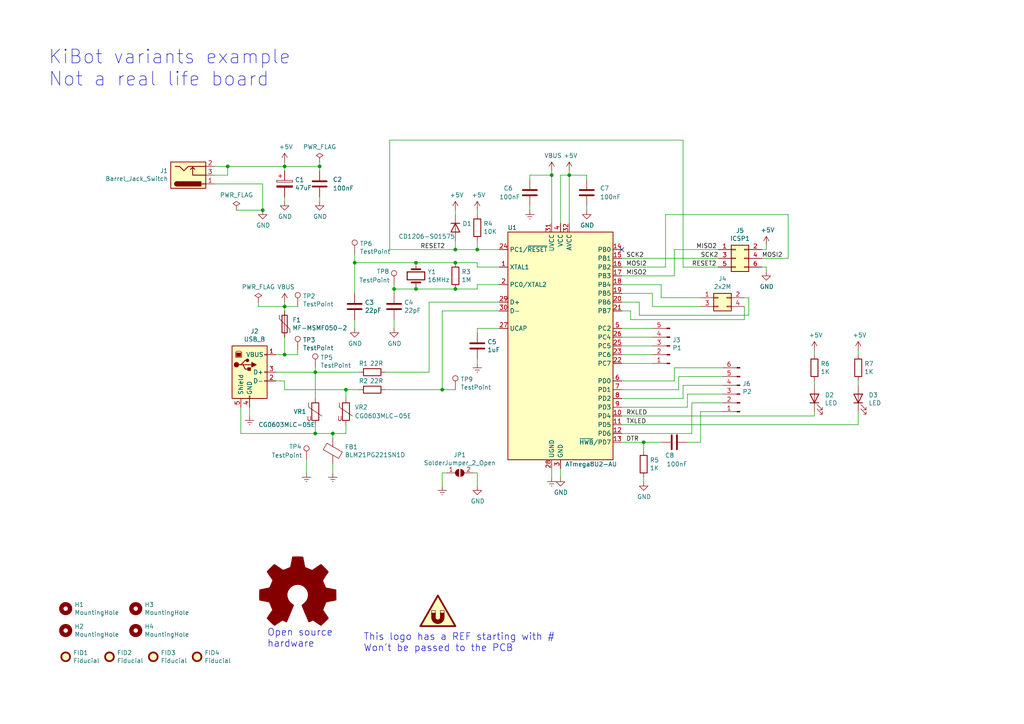
<source format=kicad_sch>
(kicad_sch (version 20211123) (generator eeschema)
  (paper "A4")
  (title_block (title "Arduino UNO programmer") (date "2020-09-09") (rev "r1") (company "Arduino") (comment 1 "Just a copy of the original circuit, but not as ugly"))
  (lib_symbols
    (symbol "Connector:Barrel_Jack_Switch" (pin_names hide)
      (property "Reference" "J" (at 0 5.334 0))
      (property "Value" "Barrel_Jack_Switch" (at 0 -5.08 0))
      (symbol "Barrel_Jack_Switch_1_1"
        (pin passive line (at 7.62 2.54 180) (length 2.54) (name "~") (number "1"))
        (pin passive line (at 7.62 -2.54 180) (length 2.54) (name "~") (number "2"))
        (pin passive line (at 7.62 0 180) (length 2.54) (name "~") (number "3"))
      )
    )
    (symbol "Connector:Conn_01x05_Male" (pin_names (offset 1.016) hide)
      (property "Reference" "J" (at 0 7.62 0))
      (property "Value" "Conn_01x05_Male" (at 0 -7.62 0))
      (symbol "Conn_01x05_Male_1_1"
        (pin passive line (at 5.08 5.08 180) (length 3.81) (name "Pin_1") (number "1"))
        (pin passive line (at 5.08 2.54 180) (length 3.81) (name "Pin_2") (number "2"))
        (pin passive line (at 5.08 0 180) (length 3.81) (name "Pin_3") (number "3"))
        (pin passive line (at 5.08 -2.54 180) (length 3.81) (name "Pin_4") (number "4"))
        (pin passive line (at 5.08 -5.08 180) (length 3.81) (name "Pin_5") (number "5"))
      )
    )
    (symbol "Connector:Conn_01x06_Male" (pin_names (offset 1.016) hide)
      (property "Reference" "J" (at 0 7.62 0))
      (property "Value" "Conn_01x06_Male" (at 0 -10.16 0))
      (symbol "Conn_01x06_Male_1_1"
        (pin passive line (at 5.08 5.08 180) (length 3.81) (name "Pin_1") (number "1"))
        (pin passive line (at 5.08 2.54 180) (length 3.81) (name "Pin_2") (number "2"))
        (pin passive line (at 5.08 0 180) (length 3.81) (name "Pin_3") (number "3"))
        (pin passive line (at 5.08 -2.54 180) (length 3.81) (name "Pin_4") (number "4"))
        (pin passive line (at 5.08 -5.08 180) (length 3.81) (name "Pin_5") (number "5"))
        (pin passive line (at 5.08 -7.62 180) (length 3.81) (name "Pin_6") (number "6"))
      )
    )
    (symbol "Connector:TestPoint" (pin_numbers hide) (pin_names (offset 0.762) hide)
      (property "Reference" "TP" (at 0 6.858 0))
      (property "Value" "TestPoint" (at 0 5.08 0))
      (symbol "TestPoint_1_1"
        (pin passive line (at 0 0 90) (length 2.54) (name "1") (number "1"))
      )
    )
    (symbol "Connector:USB_B" (pin_names (offset 1.016))
      (property "Reference" "J" (at -5.08 11.43 0))
      (property "Value" "USB_B" (at -5.08 8.89 0))
      (symbol "USB_B_1_1"
        (pin power_out line (at 7.62 5.08 180) (length 2.54) (name "VBUS") (number "1"))
        (pin bidirectional line (at 7.62 -2.54 180) (length 2.54) (name "D-") (number "2"))
        (pin bidirectional line (at 7.62 0 180) (length 2.54) (name "D+") (number "3"))
        (pin power_out line (at 0 -10.16 90) (length 2.54) (name "GND") (number "4"))
        (pin passive line (at -2.54 -10.16 90) (length 2.54) (name "Shield") (number "5"))
      )
    )
    (symbol "Connector_Generic:Conn_02x02_Odd_Even" (pin_names (offset 1.016) hide)
      (property "Reference" "J" (at 1.27 2.54 0))
      (property "Value" "Conn_02x02_Odd_Even" (at 1.27 -5.08 0))
      (symbol "Conn_02x02_Odd_Even_1_1"
        (pin passive line (at -5.08 0 0) (length 3.81) (name "Pin_1") (number "1"))
        (pin passive line (at 7.62 0 180) (length 3.81) (name "Pin_2") (number "2"))
        (pin passive line (at -5.08 -2.54 0) (length 3.81) (name "Pin_3") (number "3"))
        (pin passive line (at 7.62 -2.54 180) (length 3.81) (name "Pin_4") (number "4"))
      )
    )
    (symbol "Connector_Generic:Conn_02x03_Odd_Even" (pin_names (offset 1.016) hide)
      (property "Reference" "J" (at 1.27 5.08 0))
      (property "Value" "Conn_02x03_Odd_Even" (at 1.27 -5.08 0))
      (symbol "Conn_02x03_Odd_Even_1_1"
        (pin passive line (at -5.08 2.54 0) (length 3.81) (name "Pin_1") (number "1"))
        (pin passive line (at 7.62 2.54 180) (length 3.81) (name "Pin_2") (number "2"))
        (pin passive line (at -5.08 0 0) (length 3.81) (name "Pin_3") (number "3"))
        (pin passive line (at 7.62 0 180) (length 3.81) (name "Pin_4") (number "4"))
        (pin passive line (at -5.08 -2.54 0) (length 3.81) (name "Pin_5") (number "5"))
        (pin passive line (at 7.62 -2.54 180) (length 3.81) (name "Pin_6") (number "6"))
      )
    )
    (symbol "Device:C" (pin_numbers hide) (pin_names (offset 0.254))
      (property "Reference" "C" (at 0.635 2.54 0))
      (property "Value" "C" (at 0.635 -2.54 0))
      (symbol "C_1_1"
        (pin passive line (at 0 3.81 270) (length 2.794) (name "~") (number "1"))
        (pin passive line (at 0 -3.81 90) (length 2.794) (name "~") (number "2"))
      )
    )
    (symbol "Device:C_Polarized" (pin_numbers hide) (pin_names (offset 0.254))
      (property "Reference" "C" (at 0.635 2.54 0))
      (property "Value" "C_Polarized" (at 0.635 -2.54 0))
      (symbol "C_Polarized_1_1"
        (pin passive line (at 0 3.81 270) (length 2.794) (name "~") (number "1"))
        (pin passive line (at 0 -3.81 90) (length 2.794) (name "~") (number "2"))
      )
    )
    (symbol "Device:Crystal" (pin_numbers hide) (pin_names (offset 1.016) hide)
      (property "Reference" "Y" (at 0 3.81 0))
      (property "Value" "Crystal" (at 0 -3.81 0))
      (symbol "Crystal_1_1"
        (pin passive line (at -3.81 0 0) (length 1.27) (name "1") (number "1"))
        (pin passive line (at 3.81 0 180) (length 1.27) (name "2") (number "2"))
      )
    )
    (symbol "Device:D" (pin_numbers hide) (pin_names (offset 1.016) hide)
      (property "Reference" "D" (at 0 2.54 0))
      (property "Value" "D" (at 0 -2.54 0))
      (symbol "D_1_1"
        (pin passive line (at -3.81 0 0) (length 2.54) (name "K") (number "1"))
        (pin passive line (at 3.81 0 180) (length 2.54) (name "A") (number "2"))
      )
    )
    (symbol "Device:FerriteBead" (pin_numbers hide) (pin_names (offset 0))
      (property "Reference" "FB" (at -3.81 0.635 90))
      (property "Value" "FerriteBead" (at 3.81 0 90))
      (symbol "FerriteBead_1_1"
        (pin passive line (at 0 3.81 270) (length 2.54) (name "~") (number "1"))
        (pin passive line (at 0 -3.81 90) (length 2.54) (name "~") (number "2"))
      )
    )
    (symbol "Device:LED" (pin_numbers hide) (pin_names (offset 1.016) hide)
      (property "Reference" "D" (at 0 2.54 0))
      (property "Value" "LED" (at 0 -2.54 0))
      (symbol "LED_1_1"
        (pin passive line (at -3.81 0 0) (length 2.54) (name "K") (number "1"))
        (pin passive line (at 3.81 0 180) (length 2.54) (name "A") (number "2"))
      )
    )
    (symbol "Device:Polyfuse" (pin_numbers hide) (pin_names (offset 0))
      (property "Reference" "F" (at -2.54 0 90))
      (property "Value" "Polyfuse" (at 2.54 0 90))
      (symbol "Polyfuse_1_1"
        (pin passive line (at 0 3.81 270) (length 1.27) (name "~") (number "1"))
        (pin passive line (at 0 -3.81 90) (length 1.27) (name "~") (number "2"))
      )
    )
    (symbol "Device:R" (pin_numbers hide) (pin_names (offset 0))
      (property "Reference" "R" (at 2.032 0 90))
      (property "Value" "R" (at 0 0 90))
      (symbol "R_1_1"
        (pin passive line (at 0 3.81 270) (length 1.27) (name "~") (number "1"))
        (pin passive line (at 0 -3.81 90) (length 1.27) (name "~") (number "2"))
      )
    )
    (symbol "Device:Varistor" (pin_numbers hide) (pin_names (offset 0))
      (property "Reference" "RV" (at 3.175 0 90))
      (property "Value" "Varistor" (at -3.175 0 90))
      (symbol "Varistor_0_0"
        (text "U" (at -1.778 -2.032 0) (effects (font (size 1.27 1.27))))
      )
      (symbol "Varistor_1_1"
        (pin passive line (at 0 3.81 270) (length 1.27) (name "~") (number "1"))
        (pin passive line (at 0 -3.81 90) (length 1.27) (name "~") (number "2"))
      )
    )
    (symbol "Graphic:Logo_Open_Hardware_Large" (pin_names (offset 1.016)))
    (symbol "Graphic:SYM_Magnet_Large" (pin_names (offset 1.016) hide))
    (symbol "Jumper:SolderJumper_2_Open" (pin_names (offset 0) hide)
      (property "Reference" "JP" (at 0 2.032 0))
      (property "Value" "SolderJumper_2_Open" (at 0 -2.54 0))
      (symbol "SolderJumper_2_Open_1_1"
        (pin passive line (at -3.81 0 0) (length 2.54) (name "A") (number "1"))
        (pin passive line (at 3.81 0 180) (length 2.54) (name "B") (number "2"))
      )
    )
    (symbol "MCU_Microchip_ATmega:ATmega8U2-A"
      (property "Reference" "U" (at -15.24 34.29 0))
      (property "Value" "ATmega8U2-A" (at 2.54 -34.29 0))
      (symbol "ATmega8U2-A_1_1"
        (pin input line (at -17.78 22.86 0) (length 2.54) (name "XTAL1") (number "1"))
        (pin bidirectional line (at 17.78 -20.32 180) (length 2.54) (name "PD4") (number "10"))
        (pin bidirectional line (at 17.78 -22.86 180) (length 2.54) (name "PD5") (number "11"))
        (pin bidirectional line (at 17.78 -25.4 180) (length 2.54) (name "PD6") (number "12"))
        (pin bidirectional line (at 17.78 -27.94 180) (length 2.54) (name "~{HWB}/PD7") (number "13"))
        (pin bidirectional line (at 17.78 27.94 180) (length 2.54) (name "PB0") (number "14"))
        (pin bidirectional line (at 17.78 25.4 180) (length 2.54) (name "PB1") (number "15"))
        (pin bidirectional line (at 17.78 22.86 180) (length 2.54) (name "PB2") (number "16"))
        (pin bidirectional line (at 17.78 20.32 180) (length 2.54) (name "PB3") (number "17"))
        (pin bidirectional line (at 17.78 17.78 180) (length 2.54) (name "PB4") (number "18"))
        (pin bidirectional line (at 17.78 15.24 180) (length 2.54) (name "PB5") (number "19"))
        (pin bidirectional line (at -17.78 17.78 0) (length 2.54) (name "PC0/XTAL2") (number "2"))
        (pin bidirectional line (at 17.78 12.7 180) (length 2.54) (name "PB6") (number "20"))
        (pin bidirectional line (at 17.78 10.16 180) (length 2.54) (name "PB7") (number "21"))
        (pin bidirectional line (at 17.78 -5.08 180) (length 2.54) (name "PC7") (number "22"))
        (pin bidirectional line (at 17.78 -2.54 180) (length 2.54) (name "PC6") (number "23"))
        (pin bidirectional line (at -17.78 27.94 0) (length 2.54) (name "PC1/~{RESET}") (number "24"))
        (pin bidirectional line (at 17.78 0 180) (length 2.54) (name "PC5") (number "25"))
        (pin bidirectional line (at 17.78 2.54 180) (length 2.54) (name "PC4") (number "26"))
        (pin passive line (at -17.78 5.08 0) (length 2.54) (name "UCAP") (number "27"))
        (pin power_in line (at -2.54 -35.56 90) (length 2.54) (name "UGND") (number "28"))
        (pin bidirectional line (at -17.78 12.7 0) (length 2.54) (name "D+") (number "29"))
        (pin power_in line (at 0 -35.56 90) (length 2.54) (name "GND") (number "3"))
        (pin bidirectional line (at -17.78 10.16 0) (length 2.54) (name "D-") (number "30"))
        (pin power_in line (at -2.54 35.56 270) (length 2.54) (name "UVCC") (number "31"))
        (pin power_in line (at 2.54 35.56 270) (length 2.54) (name "AVCC") (number "32"))
        (pin power_in line (at 0 35.56 270) (length 2.54) (name "VCC") (number "4"))
        (pin bidirectional line (at 17.78 5.08 180) (length 2.54) (name "PC2") (number "5"))
        (pin bidirectional line (at 17.78 -10.16 180) (length 2.54) (name "PD0") (number "6"))
        (pin bidirectional line (at 17.78 -12.7 180) (length 2.54) (name "PD1") (number "7"))
        (pin bidirectional line (at 17.78 -15.24 180) (length 2.54) (name "PD2") (number "8"))
        (pin bidirectional line (at 17.78 -17.78 180) (length 2.54) (name "PD3") (number "9"))
      )
    )
    (symbol "Mechanical:Fiducial"
      (property "Reference" "FID" (at 0 5.08 0))
      (property "Value" "Fiducial" (at 0 3.175 0))
    )
    (symbol "Mechanical:MountingHole" (pin_names (offset 1.016))
      (property "Reference" "H" (at 0 5.08 0))
      (property "Value" "MountingHole" (at 0 3.175 0))
    )
    (symbol "power:+5V" (power) (pin_names (offset 0))
      (property "Value" "+5V" (at 0 3.556 0))
      (symbol "+5V_1_1"
        (pin power_in line (at 0 0 90) (length 0) hide (name "+5V") (number "1"))
      )
    )
    (symbol "power:Earth" (power) (pin_names (offset 0))
      (symbol "Earth_1_1"
        (pin power_in line (at 0 0 270) (length 0) hide (name "Earth") (number "1"))
      )
    )
    (symbol "power:GND" (power) (pin_names (offset 0))
      (property "Value" "GND" (at 0 -3.81 0))
      (symbol "GND_1_1"
        (pin power_in line (at 0 0 270) (length 0) hide (name "GND") (number "1"))
      )
    )
    (symbol "power:PWR_FLAG" (power) (pin_numbers hide) (pin_names (offset 0) hide)
      (property "Value" "PWR_FLAG" (at 0 3.81 0))
      (symbol "PWR_FLAG_0_0"
        (pin power_out line (at 0 0 90) (length 0) (name "pwr") (number "1"))
      )
    )
    (symbol "power:VBUS" (power) (pin_names (offset 0))
      (property "Value" "VBUS" (at 0 3.81 0))
      (symbol "VBUS_1_1"
        (pin power_in line (at 0 0 90) (length 0) hide (name "VBUS") (number "1"))
      )
    )
  )
  (junction (at 82.55 88.9))
  (junction (at 160.02 50.8))
  (junction (at 132.08 76.2))
  (junction (at 91.44 125.73))
  (junction (at 100.33 113.03))
  (junction (at 138.43 72.39))
  (junction (at 128.27 113.03))
  (junction (at 96.52 125.73))
  (junction (at 186.69 128.27))
  (junction (at 120.65 76.2))
  (junction (at 114.3 83.82))
  (junction (at 82.55 48.26))
  (junction (at 92.71 48.26))
  (junction (at 102.87 76.2))
  (junction (at 132.08 72.39))
  (junction (at 82.55 102.87))
  (junction (at 91.44 107.95))
  (junction (at 165.1 50.8))
  (junction (at 132.08 83.82))
  (junction (at 66.04 48.26))
  (junction (at 76.2 60.96))
  (junction (at 120.65 83.82))
  (no_connect (at 180.34 72.39))
  (wire (pts (xy 186.69 130.81) (xy 186.69 128.27)))
  (wire (pts (xy 96.52 125.73) (xy 96.52 127)))
  (wire (pts (xy 91.44 125.73) (xy 96.52 125.73)))
  (wire (pts (xy 82.55 102.87) (xy 82.55 97.79)))
  (wire (pts (xy 92.71 46.99) (xy 92.71 48.26)))
  (wire (pts (xy 66.04 50.8) (xy 66.04 48.26)))
  (wire (pts (xy 162.56 50.8) (xy 165.1 50.8)))
  (wire (pts (xy 248.92 123.19) (xy 248.92 119.38)))
  (wire (pts (xy 153.67 50.8) (xy 160.02 50.8)))
  (wire (pts (xy 144.78 95.25) (xy 138.43 95.25)))
  (wire (pts (xy 132.08 76.2) (xy 120.65 76.2)))
  (wire (pts (xy 111.76 113.03) (xy 128.27 113.03)))
  (wire (pts (xy 182.88 92.71) (xy 215.9 92.71)))
  (wire (pts (xy 128.27 137.16) (xy 128.27 140.97)))
  (wire (pts (xy 180.34 85.09) (xy 189.23 85.09)))
  (wire (pts (xy 209.55 106.68) (xy 195.58 106.68)))
  (wire (pts (xy 114.3 92.71) (xy 114.3 95.25)))
  (wire (pts (xy 180.34 80.01) (xy 195.58 80.01)))
  (wire (pts (xy 162.56 64.77) (xy 162.56 50.8)))
  (wire (pts (xy 82.55 113.03) (xy 82.55 110.49)))
  (wire (pts (xy 203.2 128.27) (xy 203.2 119.38)))
  (wire (pts (xy 180.34 87.63) (xy 185.42 87.63)))
  (wire (pts (xy 100.33 113.03) (xy 82.55 113.03)))
  (wire (pts (xy 76.2 60.96) (xy 68.58 60.96)))
  (wire (pts (xy 138.43 77.47) (xy 138.43 76.2)))
  (wire (pts (xy 138.43 95.25) (xy 138.43 96.52)))
  (wire (pts (xy 132.08 69.85) (xy 132.08 72.39)))
  (wire (pts (xy 62.23 50.8) (xy 66.04 50.8)))
  (wire (pts (xy 120.65 83.82) (xy 114.3 83.82)))
  (wire (pts (xy 198.12 111.76) (xy 198.12 115.57)))
  (wire (pts (xy 217.17 91.44) (xy 217.17 86.36)))
  (wire (pts (xy 220.98 72.39) (xy 222.25 72.39)))
  (wire (pts (xy 69.85 118.11) (xy 69.85 125.73)))
  (wire (pts (xy 153.67 52.07) (xy 153.67 50.8)))
  (wire (pts (xy 114.3 82.55) (xy 114.3 83.82)))
  (wire (pts (xy 199.39 128.27) (xy 203.2 128.27)))
  (wire (pts (xy 195.58 80.01) (xy 195.58 72.39)))
  (wire (pts (xy 198.12 40.64) (xy 113.03 40.64)))
  (wire (pts (xy 113.03 72.39) (xy 132.08 72.39)))
  (wire (pts (xy 153.67 59.69) (xy 153.67 60.96)))
  (wire (pts (xy 236.22 120.65) (xy 236.22 119.38)))
  (wire (pts (xy 180.34 95.25) (xy 189.23 95.25)))
  (wire (pts (xy 198.12 77.47) (xy 198.12 40.64)))
  (wire (pts (xy 80.01 102.87) (xy 82.55 102.87)))
  (wire (pts (xy 129.54 137.16) (xy 128.27 137.16)))
  (wire (pts (xy 92.71 57.15) (xy 92.71 58.42)))
  (wire (pts (xy 144.78 77.47) (xy 138.43 77.47)))
  (wire (pts (xy 182.88 90.17) (xy 182.88 92.71)))
  (wire (pts (xy 91.44 106.68) (xy 91.44 107.95)))
  (wire (pts (xy 199.39 114.3) (xy 209.55 114.3)))
  (wire (pts (xy 96.52 125.73) (xy 100.33 125.73)))
  (wire (pts (xy 138.43 83.82) (xy 138.43 82.55)))
  (wire (pts (xy 236.22 110.49) (xy 236.22 111.76)))
  (wire (pts (xy 96.52 134.62) (xy 96.52 137.16)))
  (wire (pts (xy 62.23 48.26) (xy 66.04 48.26)))
  (wire (pts (xy 180.34 125.73) (xy 200.66 125.73)))
  (wire (pts (xy 120.65 76.2) (xy 102.87 76.2)))
  (wire (pts (xy 72.39 118.11) (xy 72.39 120.65)))
  (wire (pts (xy 165.1 64.77) (xy 165.1 50.8)))
  (wire (pts (xy 180.34 118.11) (xy 199.39 118.11)))
  (wire (pts (xy 220.98 77.47) (xy 222.25 77.47)))
  (wire (pts (xy 138.43 76.2) (xy 132.08 76.2)))
  (wire (pts (xy 195.58 72.39) (xy 208.28 72.39)))
  (wire (pts (xy 132.08 83.82) (xy 120.65 83.82)))
  (wire (pts (xy 100.33 115.57) (xy 100.33 113.03)))
  (wire (pts (xy 180.34 120.65) (xy 236.22 120.65)))
  (wire (pts (xy 180.34 128.27) (xy 186.69 128.27)))
  (wire (pts (xy 170.18 52.07) (xy 170.18 50.8)))
  (wire (pts (xy 138.43 60.96) (xy 138.43 62.23)))
  (wire (pts (xy 180.34 82.55) (xy 191.77 82.55)))
  (wire (pts (xy 195.58 106.68) (xy 195.58 110.49)))
  (wire (pts (xy 189.23 85.09) (xy 189.23 88.9)))
  (wire (pts (xy 189.23 88.9) (xy 203.2 88.9)))
  (wire (pts (xy 102.87 76.2) (xy 102.87 85.09)))
  (wire (pts (xy 128.27 113.03) (xy 128.27 90.17)))
  (wire (pts (xy 92.71 48.26) (xy 92.71 49.53)))
  (wire (pts (xy 189.23 97.79) (xy 180.34 97.79)))
  (wire (pts (xy 185.42 87.63) (xy 185.42 91.44)))
  (wire (pts (xy 86.36 101.6) (xy 86.36 102.87)))
  (wire (pts (xy 170.18 59.69) (xy 170.18 60.96)))
  (wire (pts (xy 138.43 105.41) (xy 138.43 104.14)))
  (wire (pts (xy 186.69 138.43) (xy 186.69 139.7)))
  (wire (pts (xy 82.55 57.15) (xy 82.55 58.42)))
  (wire (pts (xy 82.55 110.49) (xy 80.01 110.49)))
  (wire (pts (xy 180.34 100.33) (xy 189.23 100.33)))
  (wire (pts (xy 138.43 137.16) (xy 138.43 140.97)))
  (wire (pts (xy 132.08 60.96) (xy 132.08 62.23)))
  (wire (pts (xy 228.6 74.93) (xy 228.6 62.23)))
  (wire (pts (xy 82.55 46.99) (xy 82.55 48.26)))
  (wire (pts (xy 137.16 137.16) (xy 138.43 137.16)))
  (wire (pts (xy 222.25 72.39) (xy 222.25 71.12)))
  (wire (pts (xy 208.28 77.47) (xy 198.12 77.47)))
  (wire (pts (xy 104.14 113.03) (xy 100.33 113.03)))
  (wire (pts (xy 86.36 88.9) (xy 82.55 88.9)))
  (wire (pts (xy 198.12 115.57) (xy 180.34 115.57)))
  (wire (pts (xy 189.23 102.87) (xy 180.34 102.87)))
  (wire (pts (xy 100.33 125.73) (xy 100.33 123.19)))
  (wire (pts (xy 203.2 119.38) (xy 209.55 119.38)))
  (wire (pts (xy 180.34 113.03) (xy 196.85 113.03)))
  (wire (pts (xy 222.25 77.47) (xy 222.25 78.74)))
  (wire (pts (xy 185.42 91.44) (xy 217.17 91.44)))
  (wire (pts (xy 114.3 83.82) (xy 114.3 85.09)))
  (wire (pts (xy 66.04 48.26) (xy 82.55 48.26)))
  (wire (pts (xy 191.77 82.55) (xy 191.77 86.36)))
  (wire (pts (xy 180.34 90.17) (xy 182.88 90.17)))
  (wire (pts (xy 236.22 101.6) (xy 236.22 102.87)))
  (wire (pts (xy 124.46 87.63) (xy 124.46 107.95)))
  (wire (pts (xy 199.39 118.11) (xy 199.39 114.3)))
  (wire (pts (xy 180.34 74.93) (xy 208.28 74.93)))
  (wire (pts (xy 217.17 86.36) (xy 215.9 86.36)))
  (wire (pts (xy 82.55 48.26) (xy 92.71 48.26)))
  (wire (pts (xy 102.87 92.71) (xy 102.87 95.25)))
  (wire (pts (xy 195.58 110.49) (xy 180.34 110.49)))
  (wire (pts (xy 193.04 62.23) (xy 228.6 62.23)))
  (wire (pts (xy 113.03 40.64) (xy 113.03 72.39)))
  (wire (pts (xy 196.85 113.03) (xy 196.85 109.22)))
  (wire (pts (xy 74.93 88.9) (xy 74.93 87.63)))
  (wire (pts (xy 82.55 48.26) (xy 82.55 49.53)))
  (wire (pts (xy 165.1 50.8) (xy 165.1 49.53)))
  (wire (pts (xy 160.02 64.77) (xy 160.02 50.8)))
  (wire (pts (xy 160.02 135.89) (xy 160.02 138.43)))
  (wire (pts (xy 138.43 82.55) (xy 144.78 82.55)))
  (wire (pts (xy 248.92 110.49) (xy 248.92 111.76)))
  (wire (pts (xy 144.78 87.63) (xy 124.46 87.63)))
  (wire (pts (xy 69.85 125.73) (xy 91.44 125.73)))
  (wire (pts (xy 132.08 72.39) (xy 138.43 72.39)))
  (wire (pts (xy 200.66 125.73) (xy 200.66 116.84)))
  (wire (pts (xy 193.04 77.47) (xy 193.04 62.23)))
  (wire (pts (xy 180.34 123.19) (xy 248.92 123.19)))
  (wire (pts (xy 91.44 107.95) (xy 104.14 107.95)))
  (wire (pts (xy 102.87 73.66) (xy 102.87 76.2)))
  (wire (pts (xy 91.44 123.19) (xy 91.44 125.73)))
  (wire (pts (xy 132.08 83.82) (xy 138.43 83.82)))
  (wire (pts (xy 76.2 53.34) (xy 76.2 60.96)))
  (wire (pts (xy 209.55 111.76) (xy 198.12 111.76)))
  (wire (pts (xy 82.55 88.9) (xy 82.55 87.63)))
  (wire (pts (xy 165.1 50.8) (xy 170.18 50.8)))
  (wire (pts (xy 91.44 115.57) (xy 91.44 107.95)))
  (wire (pts (xy 196.85 109.22) (xy 209.55 109.22)))
  (wire (pts (xy 62.23 53.34) (xy 76.2 53.34)))
  (wire (pts (xy 132.08 113.03) (xy 128.27 113.03)))
  (wire (pts (xy 80.01 107.95) (xy 91.44 107.95)))
  (wire (pts (xy 200.66 116.84) (xy 209.55 116.84)))
  (wire (pts (xy 162.56 135.89) (xy 162.56 138.43)))
  (wire (pts (xy 191.77 86.36) (xy 203.2 86.36)))
  (wire (pts (xy 180.34 105.41) (xy 189.23 105.41)))
  (wire (pts (xy 160.02 50.8) (xy 160.02 49.53)))
  (wire (pts (xy 124.46 107.95) (xy 111.76 107.95)))
  (wire (pts (xy 82.55 88.9) (xy 74.93 88.9)))
  (wire (pts (xy 138.43 72.39) (xy 144.78 72.39)))
  (wire (pts (xy 128.27 90.17) (xy 144.78 90.17)))
  (wire (pts (xy 248.92 101.6) (xy 248.92 102.87)))
  (wire (pts (xy 82.55 90.17) (xy 82.55 88.9)))
  (wire (pts (xy 186.69 128.27) (xy 191.77 128.27)))
  (wire (pts (xy 215.9 92.71) (xy 215.9 88.9)))
  (wire (pts (xy 88.9 133.35) (xy 88.9 137.16)))
  (wire (pts (xy 138.43 69.85) (xy 138.43 72.39)))
  (wire (pts (xy 180.34 77.47) (xy 193.04 77.47)))
  (wire (pts (xy 220.98 74.93) (xy 228.6 74.93)))
  (wire (pts (xy 86.36 102.87) (xy 82.55 102.87)))
  (text "Open source\nhardware" (at 77.47 187.96 0) (effects (font (size 2.0066 2.0066)) (justify left bottom)))
  (text "This logo has a REF starting with #\nWon't be passed to the PCB" (at 105.41 189.23 0) (effects (font (size 2.0066 2.0066)) (justify left bottom)))
  (text "KiBot variants example\nNot a real life board" (at 13.97 25.4 0) (effects (font (size 3.9878 3.9878)) (justify left bottom)))
  (label "RESET2" (at 121.92 72.39 0))
  (label "MISO2" (at 181.61 80.01 0))
  (label "DTR" (at 181.61 128.27 0))
  (label "SCK2" (at 181.61 74.93 0))
  (label "RXLED" (at 181.61 120.65 0))
  (label "RESET2" (at 200.66 77.47 0))
  (label "MISO2" (at 201.93 72.39 0))
  (label "SCK2" (at 203.2 74.93 0))
  (label "TXLED" (at 181.61 123.19 0))
  (label "MOSI2" (at 220.98 74.93 0))
  (label "MOSI2" (at 181.61 77.47 0))
  (symbol (lib_id "MCU_Microchip_ATmega:ATmega8U2-A") (at 162.56 100.33 0) (unit 1)
    (property "Reference" "U1" (at 148.59 66.04 0))
    (property "Value" "ATmega8U2-AU" (at 171.45 134.62 0))
    (property "Footprint" "Package_QFP:TQFP-32_7x7mm_P0.8mm" (effects hide))
    (property "Datasheet" "http://ww1.microchip.com/downloads/en/DeviceDoc/doc7799.pdf" (effects hide))
    (property "manf" "Microchip" (effects hide))
    (property "manf#" "ATMEGA8U2-AU" (effects hide))
    (property "digikey#" "ATMEGA8U2-AU-ND" (effects hide))
  )
  (symbol (lib_id "Device:R") (at 132.08 80.01 0) (unit 1)
    (property "Reference" "R3" (at 133.858 78.8416 0) (effects (justify left)))
    (property "Value" "1M" (at 133.858 81.153 0) (effects (justify left)))
    (property "Footprint" "Resistor_SMD:R_0805_2012Metric" (effects hide))
    (property "Config" "+USB,+XTAL" (effects hide))
    (property "manf" "Bourns" (effects hide))
    (property "manf#" "CR0805-FX-1004ELF" (effects hide))
    (property "digikey#" "CR0805-FX-1004ELFCT-ND" (effects hide))
  )
  (symbol (lib_id "Device:C") (at 114.3 88.9 0) (unit 1)
    (property "Reference" "C4" (at 117.221 87.7316 0) (effects (justify left)))
    (property "Value" "22pF" (at 117.221 90.043 0) (effects (justify left)))
    (property "Footprint" "Capacitor_SMD:C_0805_2012Metric" (effects hide))
    (property "Config" "+USB,+XTAL" (effects hide))
    (property "manf" "KEMET" (effects hide))
    (property "manf#" "C0805C220J5GAC7800" (effects hide))
    (property "digikey#" "399-C0805C220J5GAC7800CT-ND" (effects hide))
  )
  (symbol (lib_id "Device:C") (at 102.87 88.9 0) (unit 1)
    (property "Reference" "C3" (at 105.791 87.7316 0) (effects (justify left)))
    (property "Value" "22pF" (at 105.791 90.043 0) (effects (justify left)))
    (property "Footprint" "Capacitor_SMD:C_0805_2012Metric" (effects hide))
    (property "Config" "+USB,+XTAL" (effects hide))
    (property "manf" "KEMET" (effects hide))
    (property "manf#" "C0805C220J5GAC7800" (effects hide))
    (property "digikey#" "399-C0805C220J5GAC7800CT-ND" (effects hide))
  )
  (symbol (lib_id "power:GND") (at 102.87 95.25 0) (unit 1)
    (property "Reference" "#PWR09" (effects hide))
    (property "Value" "GND" (at 102.997 99.6442 0))
  )
  (symbol (lib_id "power:GND") (at 114.3 95.25 0) (unit 1)
    (property "Reference" "#PWR010" (effects hide))
    (property "Value" "GND" (at 114.427 99.6442 0))
  )
  (symbol (lib_id "Connector:TestPoint") (at 102.87 73.66 0) (unit 1)
    (property "Reference" "TP6" (at 104.3432 70.6628 0) (effects (justify left)))
    (property "Value" "TestPoint" (at 104.3432 72.9742 0) (effects (justify left)))
    (property "Footprint" "TestPoint:TestPoint_Pad_D1.0mm" (effects hide))
  )
  (symbol (lib_id "Connector:TestPoint") (at 114.3 82.55 0) (unit 1)
    (property "Reference" "TP8" (at 109.22 78.74 0) (effects (justify left)))
    (property "Value" "TestPoint" (at 104.14 81.28 0) (effects (justify left)))
    (property "Footprint" "TestPoint:TestPoint_Pad_D1.0mm" (effects hide))
  )
  (symbol (lib_id "Device:Varistor") (at 100.33 119.38 0) (unit 1)
    (property "Reference" "VR2" (at 102.87 118.11 0) (effects (justify left)))
    (property "Value" "CG0603MLC-05E" (at 102.87 120.65 0) (effects (justify left)))
    (property "Footprint" "Resistor_SMD:R_0603_1608Metric" (effects hide))
    (property "Datasheet" "https://www.bourns.com/docs/Product-Datasheets/MLC.pdf" (effects hide))
    (property "manf" "Bourns" (effects hide))
    (property "manf#" "CG0603MLC-05E" (effects hide))
    (property "Config" "+USB" (effects hide))
    (property "digikey#" "CG0603MLC-05ECT-ND" (effects hide))
  )
  (symbol (lib_id "Device:Crystal") (at 120.65 80.01 270) (unit 1)
    (property "Reference" "Y1" (at 123.9774 78.8416 90) (effects (justify left)))
    (property "Value" "16MHz" (at 123.9774 81.153 90) (effects (justify left)))
    (property "Footprint" "Crystal:Crystal_SMD_Abracon_ABM3-2Pin_5.0x3.2mm" (effects hide))
    (property "Datasheet" "https://www.foxonline.com/pdfs/C4ST.pdf" (effects hide))
    (property "manf" "Abracon" (effects hide))
    (property "manf#" "ABM3-16.000MHZ-B2-T" (effects hide))
    (property "Config" "+USB,+XTAL" (effects hide))
    (property "digikey#" "535-9103-1-ND" (effects hide))
  )
  (symbol (lib_id "Device:R") (at 107.95 107.95 270) (unit 1)
    (property "Reference" "R1" (at 105.41 105.41 90))
    (property "Value" "22R" (at 109.22 105.41 90))
    (property "Footprint" "Resistor_SMD:R_0805_2012Metric" (effects hide))
    (property "Config" "+USB" (effects hide))
    (property "manf" "Bourns" (effects hide))
    (property "manf#" "CR0805-FX-22R0ELF" (effects hide))
    (property "digikey#" "CR0805-FX-22R0ELFCT-ND" (effects hide))
  )
  (symbol (lib_id "Device:R") (at 107.95 113.03 270) (unit 1)
    (property "Reference" "R2" (at 105.41 110.49 90))
    (property "Value" "22R" (at 109.22 110.49 90))
    (property "Footprint" "Resistor_SMD:R_0805_2012Metric" (effects hide))
    (property "Config" "+USB" (effects hide))
    (property "manf" "Bourns" (effects hide))
    (property "manf#" "CR0805-FX-22R0ELF" (effects hide))
    (property "digikey#" "CR0805-FX-22R0ELFCT-ND" (effects hide))
  )
  (symbol (lib_id "Connector:USB_B") (at 72.39 107.95 0) (unit 1)
    (property "Reference" "J2" (at 73.8378 96.0882 0))
    (property "Value" "USB_B" (at 73.8378 98.3996 0))
    (property "Footprint" "Connector_USB:USB_B_Lumberg_2411_02_Horizontal" (effects hide))
    (property "Datasheet" "https://www.te.com/commerce/DocumentDelivery/DDEController?Action=srchrtrv&DocNm=292304&DocType=Customer+Drawing&DocLang=English" (effects hide))
    (property "manf" "TE Connectivity AMP Connectors" (effects hide))
    (property "manf#" "292304-1" (effects hide))
    (property "Config" "+USB" (effects hide))
    (property "digikey#" "A31725-ND" (effects hide))
  )
  (symbol (lib_id "Device:Varistor") (at 91.44 119.38 0) (unit 1)
    (property "Reference" "VR1" (at 85.09 119.38 0) (effects (justify left)))
    (property "Value" "CG0603MLC-05E" (at 74.93 123.19 0) (effects (justify left)))
    (property "Footprint" "Resistor_SMD:R_0603_1608Metric" (effects hide))
    (property "Datasheet" "https://www.bourns.com/docs/Product-Datasheets/MLC.pdf" (effects hide))
    (property "manf" "Bourns" (effects hide))
    (property "manf#" "CG0603MLC-05E" (effects hide))
    (property "Config" "+USB" (effects hide))
    (property "digikey#" "CG0603MLC-05ECT-ND" (effects hide))
  )
  (symbol (lib_id "Device:FerriteBead") (at 96.52 130.81 0) (unit 1)
    (property "Reference" "FB1" (at 99.9998 129.6416 0) (effects (justify left)))
    (property "Value" "BLM21PG221SN1D" (at 99.9998 131.953 0) (effects (justify left)))
    (property "Footprint" "Resistor_SMD:R_0805_2012Metric" (effects hide))
    (property "Datasheet" "https://www.murata.com/en-eu/api/pdfdownloadapi?cate=cgsubChipFerriBead&partno=BLM21PG221SN1%23" (effects hide))
    (property "manf" "Murata" (effects hide))
    (property "manf#" "BLM21PG221SN1D" (effects hide))
    (property "Config" "+USB" (effects hide))
    (property "digikey#" "490-1054-1-ND" (effects hide))
  )
  (symbol (lib_id "Device:Polyfuse") (at 82.55 93.98 0) (unit 1)
    (property "Reference" "F1" (at 84.7852 92.8116 0) (effects (justify left)))
    (property "Value" "MF-MSMF050-2" (at 84.7852 95.123 0) (effects (justify left)))
    (property "Footprint" "Resistor_SMD:R_1812_4532Metric" (effects hide))
    (property "Datasheet" "https://www.bourns.com/docs/Product-Datasheets/mfmsmf.pdf" (effects hide))
    (property "Config" "+USB" (effects hide))
    (property "manf" "Bourns" (effects hide))
    (property "manf#" "MF-MSMF050-2" (effects hide))
    (property "digikey#" "MF-MSMF050-2CT-ND" (effects hide))
  )
  (symbol (lib_id "power:Earth") (at 96.52 137.16 0) (unit 1)
    (property "Reference" "#PWR08" (effects hide))
    (property "Value" "Earth" (effects hide))
  )
  (symbol (lib_id "power:Earth") (at 72.39 120.65 0) (unit 1)
    (property "Reference" "#PWR01" (effects hide))
    (property "Value" "Earth" (effects hide))
  )
  (symbol (lib_id "Connector:TestPoint") (at 91.44 106.68 0) (unit 1)
    (property "Reference" "TP5" (at 92.9132 103.6828 0) (effects (justify left)))
    (property "Value" "TestPoint" (at 92.9132 105.9942 0) (effects (justify left)))
    (property "Footprint" "TestPoint:TestPoint_Pad_D1.0mm" (effects hide))
  )
  (symbol (lib_id "Connector:TestPoint") (at 132.08 113.03 0) (unit 1)
    (property "Reference" "TP9" (at 133.5532 110.0328 0) (effects (justify left)))
    (property "Value" "TestPoint" (at 133.5532 112.3442 0) (effects (justify left)))
    (property "Footprint" "TestPoint:TestPoint_Pad_D1.0mm" (effects hide))
  )
  (symbol (lib_id "power:VBUS") (at 82.55 87.63 0) (unit 1)
    (property "Reference" "#PWR05" (effects hide))
    (property "Value" "VBUS" (at 82.931 83.2358 0))
  )
  (symbol (lib_id "Connector:TestPoint") (at 86.36 88.9 0) (unit 1)
    (property "Reference" "TP2" (at 87.8332 85.9028 0) (effects (justify left)))
    (property "Value" "TestPoint" (at 87.8332 88.2142 0) (effects (justify left)))
    (property "Footprint" "TestPoint:TestPoint_Pad_D1.0mm" (effects hide))
  )
  (symbol (lib_id "power:PWR_FLAG") (at 74.93 87.63 0) (unit 1)
    (property "Reference" "#FLG01" (effects hide))
    (property "Value" "PWR_FLAG" (at 74.93 83.2358 0))
  )
  (symbol (lib_id "power:Earth") (at 88.9 137.16 0) (unit 1)
    (property "Reference" "#PWR06" (effects hide))
    (property "Value" "Earth" (effects hide))
  )
  (symbol (lib_id "Graphic:SYM_Magnet_Large") (at 127 176.53 0) (unit 1)
    (property "Reference" "#SYM1" (effects hide))
    (property "Value" "SYM_Magnet_Large" (effects hide))
  )
  (symbol (lib_id "Connector:TestPoint") (at 88.9 133.35 0) (unit 1)
    (property "Reference" "TP4" (at 83.82 129.54 0) (effects (justify left)))
    (property "Value" "TestPoint" (at 78.74 132.08 0) (effects (justify left)))
    (property "Footprint" "TestPoint:TestPoint_Pad_D1.0mm" (effects hide))
  )
  (symbol (lib_id "Device:LED") (at 248.92 115.57 90) (unit 1)
    (property "Reference" "D3" (at 251.9172 114.5794 90) (effects (justify right)))
    (property "Value" "LED" (at 251.9172 116.8908 90) (effects (justify right)))
    (property "Footprint" "LED_SMD:LED_0805_2012Metric" (effects hide))
    (property "Datasheet" "https://dammedia.osram.info/media/resource/hires/osram-dam-2493936/LG%20R971.pdf" (effects hide))
    (property "manf" "OSRAM" (effects hide))
    (property "manf#" "LG R971-KN-1" (effects hide))
    (property "digikey#" "475-1410-1-ND" (effects hide))
  )
  (symbol (lib_id "power:Earth") (at 138.43 105.41 0) (unit 1)
    (property "Reference" "#PWR014" (effects hide))
    (property "Value" "Earth" (effects hide))
  )
  (symbol (lib_id "Device:C") (at 138.43 100.33 0) (unit 1)
    (property "Reference" "C5" (at 141.351 99.1616 0) (effects (justify left)))
    (property "Value" "1uF" (at 141.351 101.473 0) (effects (justify left)))
    (property "Footprint" "Capacitor_SMD:C_0805_2012Metric" (effects hide))
    (property "manf" "KEMET" (effects hide))
    (property "manf#" "C0805C105K3RAC7800" (effects hide))
    (property "digikey#" "399-C0805C105K3RAC7800CT-ND" (effects hide))
  )
  (symbol (lib_id "Connector:Barrel_Jack_Switch") (at 54.61 50.8 0) (mirror x) (unit 1)
    (property "Reference" "J1" (at 48.768 49.53 0) (effects (justify right)))
    (property "Value" "Barrel_Jack_Switch" (at 48.768 51.8414 0) (effects (justify right)))
    (property "Footprint" "Connector_BarrelJack:BarrelJack_CLIFF_FC681465S_SMT_Horizontal" (effects hide))
    (property "Datasheet" "https://www.we-online.de/katalog/datasheet/6941xx106102.pdf" (effects hide))
    (property "manf" "Würth Elektronik" (effects hide))
    (property "manf#" "694106106102" (effects hide))
    (property "digikey#" "732-5929-1-ND" (effects hide))
  )
  (symbol (lib_id "power:VBUS") (at 160.02 49.53 0) (unit 1)
    (property "Reference" "#PWR017" (effects hide))
    (property "Value" "VBUS" (at 160.401 45.1358 0))
  )
  (symbol (lib_id "Device:C") (at 153.67 55.88 0) (unit 1)
    (property "Reference" "C6" (at 146.05 54.61 0) (effects (justify left)))
    (property "Value" "100nF" (at 144.78 57.15 0) (effects (justify left)))
    (property "Footprint" "Capacitor_SMD:C_0805_2012Metric" (effects hide))
    (property "manf" "KEMET" (effects hide))
    (property "manf#" "C0805C104K5RAC7800" (effects hide))
    (property "digikey#" "399-C0805C104K5RAC7800CT-ND" (effects hide))
  )
  (symbol (lib_id "power:Earth") (at 153.67 60.96 0) (unit 1)
    (property "Reference" "#PWR016" (effects hide))
    (property "Value" "Earth" (effects hide))
  )
  (symbol (lib_id "Connector:TestPoint") (at 86.36 101.6 0) (unit 1)
    (property "Reference" "TP3" (at 87.8332 98.6028 0) (effects (justify left)))
    (property "Value" "TestPoint" (at 87.8332 100.9142 0) (effects (justify left)))
    (property "Footprint" "TestPoint:TestPoint_Pad_D1.0mm" (effects hide))
  )
  (symbol (lib_id "power:Earth") (at 160.02 138.43 0) (unit 1)
    (property "Reference" "#PWR018" (effects hide))
    (property "Value" "Earth" (effects hide))
  )
  (symbol (lib_id "power:GND") (at 162.56 138.43 0) (unit 1)
    (property "Reference" "#PWR019" (effects hide))
    (property "Value" "GND" (at 162.687 142.8242 0))
  )
  (symbol (lib_id "Jumper:SolderJumper_2_Open") (at 133.35 137.16 0) (unit 1)
    (property "Reference" "JP1" (at 133.35 131.953 0))
    (property "Value" "SolderJumper_2_Open" (at 133.35 134.2644 0))
    (property "Footprint" "Jumper:SolderJumper-2_P1.3mm_Open_RoundedPad1.0x1.5mm" (effects hide))
  )
  (symbol (lib_id "power:Earth") (at 128.27 140.97 0) (unit 1)
    (property "Reference" "#PWR011" (effects hide))
    (property "Value" "Earth" (effects hide))
  )
  (symbol (lib_id "power:GND") (at 138.43 140.97 0) (unit 1)
    (property "Reference" "#PWR015" (effects hide))
    (property "Value" "GND" (at 138.557 145.3642 0))
  )
  (symbol (lib_id "Device:R") (at 138.43 66.04 0) (unit 1)
    (property "Reference" "R4" (at 140.208 64.8716 0) (effects (justify left)))
    (property "Value" "10K" (at 140.208 67.183 0) (effects (justify left)))
    (property "Footprint" "Resistor_SMD:R_0805_2012Metric" (effects hide))
    (property "manf" "Bourns" (effects hide))
    (property "manf#" "CR0805-FX-1002ELF" (effects hide))
    (property "digikey#" "CR0805-FX-1002ELFCT-ND" (effects hide))
  )
  (symbol (lib_id "Device:D") (at 132.08 66.04 270) (unit 1)
    (property "Reference" "D1" (at 134.112 64.8716 90) (effects (justify left)))
    (property "Value" "CD1206-S01575" (at 115.57 68.58 90) (effects (justify left)))
    (property "Footprint" "Diode_SMD:D_1206_3216Metric" (effects hide))
    (property "manf" "Bourns" (effects hide))
    (property "manf#" "CD1206-S01575" (effects hide))
    (property "digikey#" "CD1206-S01575CT-ND" (effects hide))
  )
  (symbol (lib_id "power:+5V") (at 132.08 60.96 0) (unit 1)
    (property "Reference" "#PWR012" (effects hide))
    (property "Value" "+5V" (at 132.461 56.5658 0))
  )
  (symbol (lib_id "power:+5V") (at 138.43 60.96 0) (unit 1)
    (property "Reference" "#PWR013" (effects hide))
    (property "Value" "+5V" (at 138.811 56.5658 0))
  )
  (symbol (lib_id "Connector_Generic:Conn_02x03_Odd_Even") (at 213.36 74.93 0) (unit 1)
    (property "Reference" "J5" (at 214.63 66.8782 0))
    (property "Value" "ICSP1" (at 214.63 69.1896 0))
    (property "Footprint" "Connector_PinHeader_2.54mm:PinHeader_2x03_P2.54mm_Vertical" (effects hide))
    (property "Datasheet" "https://cdn.harwin.com/pdfs/M20-998.pdf" (effects hide))
    (property "manf" "Harwin" (effects hide))
    (property "manf#" "M20-9980346" (effects hide))
    (property "Config" "-USB" (effects hide))
    (property "digikey#" "952-2121-ND" (effects hide))
  )
  (symbol (lib_id "power:+5V") (at 222.25 71.12 0) (unit 1)
    (property "Reference" "#PWR023" (effects hide))
    (property "Value" "+5V" (at 222.631 66.7258 0))
  )
  (symbol (lib_id "power:GND") (at 222.25 78.74 0) (unit 1)
    (property "Reference" "#PWR024" (effects hide))
    (property "Value" "GND" (at 222.377 83.1342 0))
  )
  (symbol (lib_id "Connector_Generic:Conn_02x02_Odd_Even") (at 208.28 86.36 0) (unit 1)
    (property "Reference" "J4" (at 209.55 80.8482 0))
    (property "Value" "2x2M" (at 209.55 83.1596 0))
    (property "Footprint" "Connector_PinHeader_2.54mm:PinHeader_2x02_P2.54mm_Vertical" (effects hide))
    (property "Datasheet" "https://cdn.harwin.com/pdfs/M20-998.pdf" (effects hide))
    (property "manf" "Harwin" (effects hide))
    (property "manf#" "M20-9980246" (effects hide))
    (property "Config" "DNF" (effects hide))
    (property "digikey#" "M20-9980246-ND" (effects hide))
  )
  (symbol (lib_id "Connector:Conn_01x05_Male") (at 194.31 100.33 180) (unit 1)
    (property "Reference" "J3" (at 195.0212 98.6028 0) (effects (justify right)))
    (property "Value" "P1" (at 195.0212 100.9142 0) (effects (justify right)))
    (property "Footprint" "Connector_PinHeader_2.54mm:PinHeader_1x05_P2.54mm_Vertical" (effects hide))
    (property "manf" "Harwin" (effects hide))
    (property "manf#" "M20-9990546" (effects hide))
    (property "digikey#" "952-2268-ND" (effects hide))
  )
  (symbol (lib_id "Device:R") (at 248.92 106.68 0) (unit 1)
    (property "Reference" "R7" (at 250.698 105.5116 0) (effects (justify left)))
    (property "Value" "1K" (at 250.698 107.823 0) (effects (justify left)))
    (property "Footprint" "Resistor_SMD:R_0805_2012Metric" (effects hide))
    (property "manf" "Bourns" (effects hide))
    (property "manf#" "CR0805-FX-1001ELF" (effects hide))
    (property "digikey#" "CR0805-FX-1001ELFCT-ND" (effects hide))
  )
  (symbol (lib_id "power:+5V") (at 248.92 101.6 0) (unit 1)
    (property "Reference" "#PWR026" (effects hide))
    (property "Value" "+5V" (at 249.301 97.2058 0))
  )
  (symbol (lib_id "Device:LED") (at 236.22 115.57 90) (unit 1)
    (property "Reference" "D2" (at 239.2172 114.5794 90) (effects (justify right)))
    (property "Value" "LED" (at 239.2172 116.8908 90) (effects (justify right)))
    (property "Footprint" "LED_SMD:LED_0805_2012Metric" (effects hide))
    (property "Datasheet" "https://dammedia.osram.info/media/resource/hires/osram-dam-2493936/LG%20R971.pdf" (effects hide))
    (property "manf" "OSRAM" (effects hide))
    (property "manf#" "LG R971-KN-1" (effects hide))
    (property "digikey#" "475-1410-1-ND" (effects hide))
  )
  (symbol (lib_id "Device:R") (at 236.22 106.68 0) (unit 1)
    (property "Reference" "R6" (at 237.998 105.5116 0) (effects (justify left)))
    (property "Value" "1K" (at 237.998 107.823 0) (effects (justify left)))
    (property "Footprint" "Resistor_SMD:R_0805_2012Metric" (effects hide))
    (property "manf" "Bourns" (effects hide))
    (property "manf#" "CR0805-FX-1001ELF" (effects hide))
    (property "digikey#" "CR0805-FX-1001ELFCT-ND" (effects hide))
  )
  (symbol (lib_id "power:+5V") (at 236.22 101.6 0) (unit 1)
    (property "Reference" "#PWR025" (effects hide))
    (property "Value" "+5V" (at 236.601 97.2058 0))
  )
  (symbol (lib_id "Device:R") (at 186.69 134.62 0) (unit 1)
    (property "Reference" "R5" (at 188.468 133.4516 0) (effects (justify left)))
    (property "Value" "1K" (at 188.468 135.763 0) (effects (justify left)))
    (property "Footprint" "Resistor_SMD:R_0805_2012Metric" (effects hide))
    (property "digikey#" "CR0805-FX-1001ELFCT-ND" (effects hide))
    (property "manf" "Bourns" (effects hide))
    (property "manf#" "CR0805-FX-1001ELF" (effects hide))
  )
  (symbol (lib_id "Device:C") (at 195.58 128.27 90) (unit 1)
    (property "Reference" "C8" (at 195.58 132.08 90) (effects (justify left)))
    (property "Value" "100nF" (at 199.39 134.62 90) (effects (justify left)))
    (property "Footprint" "Capacitor_SMD:C_0805_2012Metric" (effects hide))
    (property "manf" "KEMET" (effects hide))
    (property "manf#" "C0805C104K5RAC7800" (effects hide))
    (property "digikey#" "399-C0805C104K5RAC7800CT-ND" (effects hide))
  )
  (symbol (lib_id "power:GND") (at 186.69 139.7 0) (unit 1)
    (property "Reference" "#PWR022" (effects hide))
    (property "Value" "GND" (at 186.817 144.0942 0))
  )
  (symbol (lib_id "Connector:Conn_01x06_Male") (at 214.63 114.3 180) (unit 1)
    (property "Reference" "J6" (at 215.3412 111.3028 0) (effects (justify right)))
    (property "Value" "P2" (at 215.3412 113.6142 0) (effects (justify right)))
    (property "Footprint" "Connector_PinHeader_2.54mm:PinHeader_1x06_P2.54mm_Vertical" (effects hide))
    (property "manf" "Harwin" (effects hide))
    (property "manf#" "M20-9990646" (effects hide))
    (property "digikey#" "952-2270-ND" (effects hide))
  )
  (symbol (lib_id "Device:C") (at 170.18 55.88 0) (unit 1)
    (property "Reference" "C7" (at 173.99 54.61 0) (effects (justify left)))
    (property "Value" "100nF" (at 173.99 57.15 0) (effects (justify left)))
    (property "Footprint" "Capacitor_SMD:C_0805_2012Metric" (effects hide))
    (property "manf" "KEMET" (effects hide))
    (property "manf#" "C0805C104K5RAC7800" (effects hide))
    (property "digikey#" "399-C0805C104K5RAC7800CT-ND" (effects hide))
  )
  (symbol (lib_id "power:+5V") (at 165.1 49.53 0) (unit 1)
    (property "Reference" "#PWR020" (effects hide))
    (property "Value" "+5V" (at 165.481 45.1358 0))
  )
  (symbol (lib_id "power:GND") (at 170.18 60.96 0) (unit 1)
    (property "Reference" "#PWR021" (effects hide))
    (property "Value" "GND" (at 170.307 65.3542 0))
  )
  (symbol (lib_id "power:GND") (at 76.2 60.96 0) (unit 1)
    (property "Reference" "#PWR02" (effects hide))
    (property "Value" "GND" (at 76.327 65.3542 0))
  )
  (symbol (lib_id "Device:C_Polarized") (at 82.55 53.34 0) (unit 1)
    (property "Reference" "C1" (at 85.5472 52.1716 0) (effects (justify left)))
    (property "Value" "47uF" (at 85.5472 54.483 0) (effects (justify left)))
    (property "Footprint" "Capacitor_SMD:CP_Elec_8x10" (effects hide))
    (property "Datasheet" "https://www.vishay.com/docs/28388/153crv.pdf" (effects hide))
    (property "manf" "Vishay" (effects hide))
    (property "manf#" "MAL215371479E3" (effects hide))
    (property "digikey#" "BC5168CT-ND" (effects hide))
  )
  (symbol (lib_id "power:GND") (at 82.55 58.42 0) (unit 1)
    (property "Reference" "#PWR04" (effects hide))
    (property "Value" "GND" (at 82.677 62.8142 0))
  )
  (symbol (lib_id "Device:C") (at 92.71 53.34 0) (unit 1)
    (property "Reference" "C2" (at 96.52 52.07 0) (effects (justify left)))
    (property "Value" "100nF" (at 96.52 54.61 0) (effects (justify left)))
    (property "Footprint" "Capacitor_SMD:C_0805_2012Metric" (effects hide))
    (property "manf" "KEMET" (effects hide))
    (property "manf#" "C0805C104K5RAC7800" (effects hide))
    (property "digikey#" "399-C0805C104K5RAC7800CT-ND" (effects hide))
  )
  (symbol (lib_id "power:GND") (at 92.71 58.42 0) (unit 1)
    (property "Reference" "#PWR07" (effects hide))
    (property "Value" "GND" (at 92.837 62.8142 0))
  )
  (symbol (lib_id "power:+5V") (at 82.55 46.99 0) (unit 1)
    (property "Reference" "#PWR03" (effects hide))
    (property "Value" "+5V" (at 82.931 42.5958 0))
  )
  (symbol (lib_id "power:PWR_FLAG") (at 92.71 46.99 0) (unit 1)
    (property "Reference" "#FLG02" (effects hide))
    (property "Value" "PWR_FLAG" (at 92.71 42.5958 0))
  )
  (symbol (lib_id "power:PWR_FLAG") (at 68.58 60.96 0) (unit 1)
    (property "Reference" "#FLG0101" (effects hide))
    (property "Value" "PWR_FLAG" (at 68.58 56.5658 0))
  )
  (symbol (lib_id "Mechanical:Fiducial") (at 19.05 190.5 0) (unit 1)
    (property "Reference" "FID1" (at 21.209 189.3316 0) (effects (justify left)))
    (property "Value" "Fiducial" (at 21.209 191.643 0) (effects (justify left)))
    (property "Footprint" "Fiducial:Fiducial_0.75mm_Mask1.5mm" (effects hide))
  )
  (symbol (lib_id "Mechanical:Fiducial") (at 31.75 190.5 0) (unit 1)
    (property "Reference" "FID2" (at 33.909 189.3316 0) (effects (justify left)))
    (property "Value" "Fiducial" (at 33.909 191.643 0) (effects (justify left)))
    (property "Footprint" "Fiducial:Fiducial_0.75mm_Mask1.5mm" (effects hide))
  )
  (symbol (lib_id "Mechanical:Fiducial") (at 44.45 190.5 0) (unit 1)
    (property "Reference" "FID3" (at 46.609 189.3316 0) (effects (justify left)))
    (property "Value" "Fiducial" (at 46.609 191.643 0) (effects (justify left)))
    (property "Footprint" "Fiducial:Fiducial_0.75mm_Mask1.5mm" (effects hide))
  )
  (symbol (lib_id "Mechanical:Fiducial") (at 57.15 190.5 0) (unit 1)
    (property "Reference" "FID4" (at 59.309 189.3316 0) (effects (justify left)))
    (property "Value" "Fiducial" (at 59.309 191.643 0) (effects (justify left)))
    (property "Footprint" "Fiducial:Fiducial_0.75mm_Mask1.5mm" (effects hide))
  )
  (symbol (lib_id "Mechanical:MountingHole") (at 19.05 182.88 0) (unit 1)
    (property "Reference" "H2" (at 21.59 181.7116 0) (effects (justify left)))
    (property "Value" "MountingHole" (at 21.59 184.023 0) (effects (justify left)))
    (property "Footprint" "MountingHole:MountingHole_2.7mm_M2.5" (effects hide))
  )
  (symbol (lib_id "Mechanical:MountingHole") (at 39.37 182.88 0) (unit 1)
    (property "Reference" "H4" (at 41.91 181.7116 0) (effects (justify left)))
    (property "Value" "MountingHole" (at 41.91 184.023 0) (effects (justify left)))
    (property "Footprint" "MountingHole:MountingHole_2.7mm_M2.5" (effects hide))
  )
  (symbol (lib_id "Mechanical:MountingHole") (at 19.05 176.53 0) (unit 1)
    (property "Reference" "H1" (at 21.59 175.3616 0) (effects (justify left)))
    (property "Value" "MountingHole" (at 21.59 177.673 0) (effects (justify left)))
    (property "Footprint" "MountingHole:MountingHole_2.7mm_M2.5" (effects hide))
  )
  (symbol (lib_id "Mechanical:MountingHole") (at 39.37 176.53 0) (unit 1)
    (property "Reference" "H3" (at 41.91 175.3616 0) (effects (justify left)))
    (property "Value" "MountingHole" (at 41.91 177.673 0) (effects (justify left)))
    (property "Footprint" "MountingHole:MountingHole_2.7mm_M2.5" (effects hide))
  )
  (symbol (lib_id "Graphic:Logo_Open_Hardware_Large") (at 86.36 172.72 0) (unit 1)
    (property "Reference" "LOGO1" (effects hide))
    (property "Value" "Logo_Open_Hardware_Large" (effects hide))
    (property "Footprint" "Symbol:OSHW-Logo_11.4x12mm_SilkScreen" (effects hide))
  )
)
</source>
